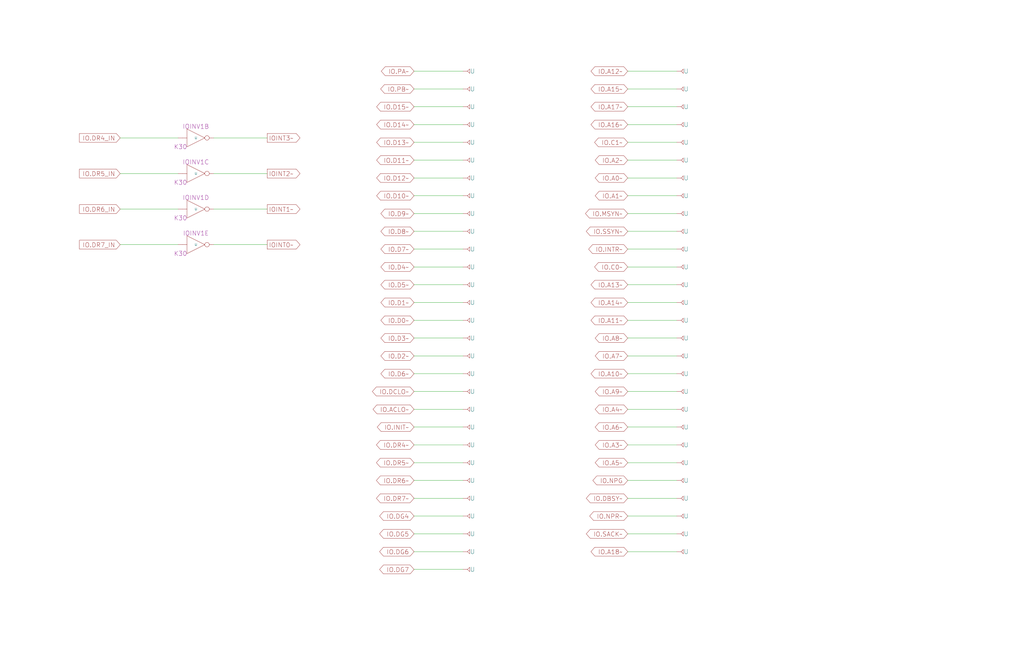
<source format=kicad_sch>
(kicad_sch (version 20220404) (generator eeschema)
  (paper "User" 584.2 378.46)
  (title_block (title "IO BUS\\nUNIBUS TERMINATORS") (date "22-SEP-90") (rev "2.0") (comment 1 "IOC") (comment 2 "232-003061") (comment 3 "S400") (comment 4 "RELEASED"))
  (lib_symbols
    (symbol "r1000:F04" (pin_numbers hide) (pin_names hide)
      (property "Reference" "U" (at 0 0 0))
      (property "Value" "F04" (at 1.27 -5.08 0))
      (property "Location" "___" (at -12.7 -5.08 0))
      (property "Name" "______" (at 0 5.08 0))
      (symbol "F04_0_1"
        (polyline (pts (xy -7.62 0) (xy -5.08 0)) (stroke (width 0.1524)))
        (polyline (pts (xy -5.08 5.08) (xy -5.08 -5.08)) (stroke (width 0.1524)))
        (polyline (pts (xy 5.08 0) (xy -5.08 -5.08)) (stroke (width 0.1524)))
        (polyline (pts (xy 5.08 0) (xy -5.08 5.08)) (stroke (width 0.1524)))
        (circle (center 6.35 0) (radius 1.27) (stroke (width 0.1524)))
      )
      (symbol "F04_1_1"
        (pin input line (at -10.16 0 0) (length 2.54) (name "D0") (number "1"))
        (pin output line (at 10.16 0 180) (length 2.54) (name "Q") (number "2"))
      )
    )
    (symbol "r1000:GB" (pin_numbers hide) (pin_names (offset 0) hide)
      (property "Reference" "GB" (at 3.81 0 0))
      (symbol "GB_0_1"
        (polyline (pts (xy 2.54 0) (xy 3.81 1.27) (xy 3.81 -1.27) (xy 2.54 0)) (stroke (width 0.1524)))
      )
      (symbol "GB_1_1"
        (pin bidirectional line (at 0 0 0) (length 2.54) (name "") (number "1"))
      )
    )
  )
  (wire (pts (xy 358.14 142.24) (xy 386.08 142.24)))
  (wire (pts (xy 358.14 101.6) (xy 386.08 101.6)))
  (wire (pts (xy 358.14 40.64) (xy 386.08 40.64)))
  (wire (pts (xy 68.58 78.74) (xy 101.6 78.74)))
  (wire (pts (xy 358.14 162.56) (xy 386.08 162.56)))
  (wire (pts (xy 358.14 274.32) (xy 386.08 274.32)))
  (wire (pts (xy 68.58 99.06) (xy 101.6 99.06)))
  (wire (pts (xy 358.14 81.28) (xy 386.08 81.28)))
  (wire (pts (xy 236.22 142.24) (xy 264.16 142.24)))
  (wire (pts (xy 236.22 274.32) (xy 264.16 274.32)))
  (wire (pts (xy 236.22 264.16) (xy 264.16 264.16)))
  (wire (pts (xy 68.58 119.38) (xy 101.6 119.38)))
  (wire (pts (xy 358.14 223.52) (xy 386.08 223.52)))
  (wire (pts (xy 236.22 182.88) (xy 264.16 182.88)))
  (wire (pts (xy 358.14 213.36) (xy 386.08 213.36)))
  (wire (pts (xy 236.22 325.12) (xy 264.16 325.12)))
  (wire (pts (xy 121.92 119.38) (xy 152.4 119.38)))
  (wire (pts (xy 236.22 294.64) (xy 264.16 294.64)))
  (wire (pts (xy 236.22 91.44) (xy 264.16 91.44)))
  (wire (pts (xy 358.14 203.2) (xy 386.08 203.2)))
  (wire (pts (xy 236.22 243.84) (xy 264.16 243.84)))
  (wire (pts (xy 236.22 213.36) (xy 264.16 213.36)))
  (wire (pts (xy 236.22 172.72) (xy 264.16 172.72)))
  (wire (pts (xy 236.22 152.4) (xy 264.16 152.4)))
  (wire (pts (xy 358.14 50.8) (xy 386.08 50.8)))
  (wire (pts (xy 358.14 60.96) (xy 386.08 60.96)))
  (wire (pts (xy 236.22 101.6) (xy 264.16 101.6)))
  (wire (pts (xy 236.22 233.68) (xy 264.16 233.68)))
  (wire (pts (xy 358.14 172.72) (xy 386.08 172.72)))
  (wire (pts (xy 358.14 152.4) (xy 386.08 152.4)))
  (wire (pts (xy 358.14 243.84) (xy 386.08 243.84)))
  (wire (pts (xy 68.58 139.7) (xy 101.6 139.7)))
  (wire (pts (xy 358.14 132.08) (xy 386.08 132.08)))
  (wire (pts (xy 236.22 284.48) (xy 264.16 284.48)))
  (wire (pts (xy 236.22 223.52) (xy 264.16 223.52)))
  (wire (pts (xy 121.92 99.06) (xy 152.4 99.06)))
  (wire (pts (xy 236.22 203.2) (xy 264.16 203.2)))
  (wire (pts (xy 236.22 304.8) (xy 264.16 304.8)))
  (wire (pts (xy 236.22 111.76) (xy 264.16 111.76)))
  (wire (pts (xy 236.22 81.28) (xy 264.16 81.28)))
  (wire (pts (xy 121.92 139.7) (xy 152.4 139.7)))
  (wire (pts (xy 358.14 71.12) (xy 386.08 71.12)))
  (wire (pts (xy 358.14 91.44) (xy 386.08 91.44)))
  (wire (pts (xy 236.22 132.08) (xy 264.16 132.08)))
  (wire (pts (xy 236.22 71.12) (xy 264.16 71.12)))
  (wire (pts (xy 121.92 78.74) (xy 152.4 78.74)))
  (wire (pts (xy 236.22 162.56) (xy 264.16 162.56)))
  (wire (pts (xy 236.22 50.8) (xy 264.16 50.8)))
  (wire (pts (xy 358.14 182.88) (xy 386.08 182.88)))
  (wire (pts (xy 358.14 304.8) (xy 386.08 304.8)))
  (wire (pts (xy 358.14 121.92) (xy 386.08 121.92)))
  (wire (pts (xy 358.14 264.16) (xy 386.08 264.16)))
  (wire (pts (xy 358.14 233.68) (xy 386.08 233.68)))
  (wire (pts (xy 358.14 111.76) (xy 386.08 111.76)))
  (wire (pts (xy 236.22 121.92) (xy 264.16 121.92)))
  (wire (pts (xy 236.22 40.64) (xy 264.16 40.64)))
  (wire (pts (xy 236.22 60.96) (xy 264.16 60.96)))
  (wire (pts (xy 358.14 193.04) (xy 386.08 193.04)))
  (wire (pts (xy 358.14 294.64) (xy 386.08 294.64)))
  (wire (pts (xy 236.22 314.96) (xy 264.16 314.96)))
  (wire (pts (xy 236.22 193.04) (xy 264.16 193.04)))
  (wire (pts (xy 358.14 314.96) (xy 386.08 314.96)))
  (wire (pts (xy 358.14 254) (xy 386.08 254)))
  (wire (pts (xy 236.22 254) (xy 264.16 254)))
  (wire (pts (xy 358.14 284.48) (xy 386.08 284.48)))
  (global_label "IO.D7~" (shape bidirectional) (at 236.22 142.24 180) (effects (font (size 2.54 2.54))) (property "Intersheet References" "${INTERSHEET_REFS}" (at 219.1597 142.0813 0) (effects (font (size 1.905 1.905)) (justify right))))
  (global_label "IO.A5~" (shape bidirectional) (at 358.14 264.16 180) (effects (font (size 2.54 2.54))) (property "Intersheet References" "${INTERSHEET_REFS}" (at 341.4425 264.0013 0) (effects (font (size 1.905 1.905)) (justify right))))
  (global_label "IO.D6~" (shape bidirectional) (at 236.22 213.36 180) (effects (font (size 2.54 2.54))) (property "Intersheet References" "${INTERSHEET_REFS}" (at 219.1597 213.2013 0) (effects (font (size 1.905 1.905)) (justify right))))
  (global_label "IO.PA~" (shape bidirectional) (at 236.22 40.64 180) (effects (font (size 2.54 2.54))) (property "Intersheet References" "${INTERSHEET_REFS}" (at 219.4016 40.4813 0) (effects (font (size 1.905 1.905)) (justify right))))
  (global_label "IO.D14~" (shape bidirectional) (at 236.22 71.12 180) (effects (font (size 2.54 2.54))) (property "Intersheet References" "${INTERSHEET_REFS}" (at 216.7406 70.9613 0) (effects (font (size 1.905 1.905)) (justify right))))
  (global_label "IOINT0~" (shape output) (at 152.4 139.7 0) (effects (font (size 2.54 2.54))) (property "Intersheet References" "${INTERSHEET_REFS}" (at 171.5165 139.5413 0) (effects (font (size 1.905 1.905)) (justify left))))
  (global_label "IO.D8~" (shape bidirectional) (at 236.22 132.08 180) (effects (font (size 2.54 2.54))) (property "Intersheet References" "${INTERSHEET_REFS}" (at 219.1597 131.9213 0) (effects (font (size 1.905 1.905)) (justify right))))
  (global_label "IOINT2~" (shape output) (at 152.4 99.06 0) (effects (font (size 2.54 2.54))) (property "Intersheet References" "${INTERSHEET_REFS}" (at 171.5165 98.9013 0) (effects (font (size 1.905 1.905)) (justify left))))
  (global_label "IO.DG7" (shape bidirectional) (at 236.22 325.12 180) (effects (font (size 2.54 2.54))) (property "Intersheet References" "${INTERSHEET_REFS}" (at 218.434 324.9613 0) (effects (font (size 1.905 1.905)) (justify right))))
  (global_label "IO.DR5_IN" (shape input) (at 68.58 99.06 180) (effects (font (size 2.54 2.54))) (property "Intersheet References" "${INTERSHEET_REFS}" (at 44.9882 98.9013 0) (effects (font (size 1.905 1.905)) (justify right))))
  (global_label "IO.A14~" (shape bidirectional) (at 358.14 172.72 180) (effects (font (size 2.54 2.54))) (property "Intersheet References" "${INTERSHEET_REFS}" (at 339.0235 172.5613 0) (effects (font (size 1.905 1.905)) (justify right))))
  (global_label "IO.A12~" (shape bidirectional) (at 358.14 40.64 180) (effects (font (size 2.54 2.54))) (property "Intersheet References" "${INTERSHEET_REFS}" (at 339.0235 40.4813 0) (effects (font (size 1.905 1.905)) (justify right))))
  (global_label "IO.C1~" (shape bidirectional) (at 358.14 81.28 180) (effects (font (size 2.54 2.54))) (property "Intersheet References" "${INTERSHEET_REFS}" (at 341.0797 81.1213 0) (effects (font (size 1.905 1.905)) (justify right))))
  (global_label "IO.INTR~" (shape bidirectional) (at 358.14 142.24 180) (effects (font (size 2.54 2.54))) (property "Intersheet References" "${INTERSHEET_REFS}" (at 337.693 142.0813 0) (effects (font (size 1.905 1.905)) (justify right))))
  (global_label "IO.NPR~" (shape bidirectional) (at 358.14 294.64 180) (effects (font (size 2.54 2.54))) (property "Intersheet References" "${INTERSHEET_REFS}" (at 338.2978 294.4813 0) (effects (font (size 1.905 1.905)) (justify right))))
  (global_label "IO.DR6_IN" (shape input) (at 68.58 119.38 180) (effects (font (size 2.54 2.54))) (property "Intersheet References" "${INTERSHEET_REFS}" (at 44.9882 119.2213 0) (effects (font (size 1.905 1.905)) (justify right))))
  (global_label "IO.D5~" (shape bidirectional) (at 236.22 162.56 180) (effects (font (size 2.54 2.54))) (property "Intersheet References" "${INTERSHEET_REFS}" (at 219.1597 162.4013 0) (effects (font (size 1.905 1.905)) (justify right))))
  (global_label "IO.DR7~" (shape bidirectional) (at 236.22 284.48 180) (effects (font (size 2.54 2.54))) (property "Intersheet References" "${INTERSHEET_REFS}" (at 216.6197 284.3213 0) (effects (font (size 1.905 1.905)) (justify right))))
  (global_label "IO.A9~" (shape bidirectional) (at 358.14 223.52 180) (effects (font (size 2.54 2.54))) (property "Intersheet References" "${INTERSHEET_REFS}" (at 341.4425 223.3613 0) (effects (font (size 1.905 1.905)) (justify right))))
  (global_label "IO.DR6~" (shape bidirectional) (at 236.22 274.32 180) (effects (font (size 2.54 2.54))) (property "Intersheet References" "${INTERSHEET_REFS}" (at 216.6197 274.1613 0) (effects (font (size 1.905 1.905)) (justify right))))
  (global_label "IO.D15~" (shape bidirectional) (at 236.22 60.96 180) (effects (font (size 2.54 2.54))) (property "Intersheet References" "${INTERSHEET_REFS}" (at 216.7406 60.8013 0) (effects (font (size 1.905 1.905)) (justify right))))
  (global_label "IO.DG4" (shape bidirectional) (at 236.22 294.64 180) (effects (font (size 2.54 2.54))) (property "Intersheet References" "${INTERSHEET_REFS}" (at 218.434 294.4813 0) (effects (font (size 1.905 1.905)) (justify right))))
  (global_label "IO.INIT~" (shape bidirectional) (at 236.22 243.84 180) (effects (font (size 2.54 2.54))) (property "Intersheet References" "${INTERSHEET_REFS}" (at 217.1035 243.6813 0) (effects (font (size 1.905 1.905)) (justify right))))
  (global_label "IOINT1~" (shape output) (at 152.4 119.38 0) (effects (font (size 2.54 2.54))) (property "Intersheet References" "${INTERSHEET_REFS}" (at 171.5165 119.2213 0) (effects (font (size 1.905 1.905)) (justify left))))
  (global_label "IO.A10~" (shape bidirectional) (at 358.14 213.36 180) (effects (font (size 2.54 2.54))) (property "Intersheet References" "${INTERSHEET_REFS}" (at 339.0235 213.2013 0) (effects (font (size 1.905 1.905)) (justify right))))
  (global_label "IO.D1~" (shape bidirectional) (at 236.22 172.72 180) (effects (font (size 2.54 2.54))) (property "Intersheet References" "${INTERSHEET_REFS}" (at 219.1597 172.5613 0) (effects (font (size 1.905 1.905)) (justify right))))
  (global_label "IO.A16~" (shape bidirectional) (at 358.14 71.12 180) (effects (font (size 2.54 2.54))) (property "Intersheet References" "${INTERSHEET_REFS}" (at 339.0235 70.9613 0) (effects (font (size 1.905 1.905)) (justify right))))
  (global_label "IO.D0~" (shape bidirectional) (at 236.22 182.88 180) (effects (font (size 2.54 2.54))) (property "Intersheet References" "${INTERSHEET_REFS}" (at 219.1597 182.7213 0) (effects (font (size 1.905 1.905)) (justify right))))
  (global_label "IO.A11~" (shape bidirectional) (at 358.14 182.88 180) (effects (font (size 2.54 2.54))) (property "Intersheet References" "${INTERSHEET_REFS}" (at 339.0235 182.7213 0) (effects (font (size 1.905 1.905)) (justify right))))
  (global_label "IO.A7~" (shape bidirectional) (at 358.14 203.2 180) (effects (font (size 2.54 2.54))) (property "Intersheet References" "${INTERSHEET_REFS}" (at 341.4425 203.0413 0) (effects (font (size 1.905 1.905)) (justify right))))
  (global_label "IO.D10~" (shape bidirectional) (at 236.22 111.76 180) (effects (font (size 2.54 2.54))) (property "Intersheet References" "${INTERSHEET_REFS}" (at 216.7406 111.6013 0) (effects (font (size 1.905 1.905)) (justify right))))
  (global_label "IO.A0~" (shape bidirectional) (at 358.14 101.6 180) (effects (font (size 2.54 2.54))) (property "Intersheet References" "${INTERSHEET_REFS}" (at 341.4425 101.4413 0) (effects (font (size 1.905 1.905)) (justify right))))
  (global_label "IO.PB~" (shape bidirectional) (at 236.22 50.8 180) (effects (font (size 2.54 2.54))) (property "Intersheet References" "${INTERSHEET_REFS}" (at 219.0387 50.6413 0) (effects (font (size 1.905 1.905)) (justify right))))
  (global_label "IO.DR4_IN" (shape input) (at 68.58 78.74 180) (effects (font (size 2.54 2.54))) (property "Intersheet References" "${INTERSHEET_REFS}" (at 44.9882 78.5813 0) (effects (font (size 1.905 1.905)) (justify right))))
  (global_label "IO.DG6" (shape bidirectional) (at 236.22 314.96 180) (effects (font (size 2.54 2.54))) (property "Intersheet References" "${INTERSHEET_REFS}" (at 218.434 314.8013 0) (effects (font (size 1.905 1.905)) (justify right))))
  (global_label "IO.A2~" (shape bidirectional) (at 358.14 91.44 180) (effects (font (size 2.54 2.54))) (property "Intersheet References" "${INTERSHEET_REFS}" (at 341.4425 91.2813 0) (effects (font (size 1.905 1.905)) (justify right))))
  (global_label "IO.D12~" (shape bidirectional) (at 236.22 101.6 180) (effects (font (size 2.54 2.54))) (property "Intersheet References" "${INTERSHEET_REFS}" (at 216.7406 101.4413 0) (effects (font (size 1.905 1.905)) (justify right))))
  (global_label "IO.NPG" (shape bidirectional) (at 358.14 274.32 180) (effects (font (size 2.54 2.54))) (property "Intersheet References" "${INTERSHEET_REFS}" (at 340.112 274.1613 0) (effects (font (size 1.905 1.905)) (justify right))))
  (global_label "IO.D4~" (shape bidirectional) (at 236.22 152.4 180) (effects (font (size 2.54 2.54))) (property "Intersheet References" "${INTERSHEET_REFS}" (at 219.1597 152.2413 0) (effects (font (size 1.905 1.905)) (justify right))))
  (global_label "IOINT3~" (shape output) (at 152.4 78.74 0) (effects (font (size 2.54 2.54))) (property "Intersheet References" "${INTERSHEET_REFS}" (at 171.5165 78.5813 0) (effects (font (size 1.905 1.905)) (justify left))))
  (global_label "IO.ACLO~" (shape bidirectional) (at 236.22 233.68 180) (effects (font (size 2.54 2.54))) (property "Intersheet References" "${INTERSHEET_REFS}" (at 214.6844 233.5213 0) (effects (font (size 1.905 1.905)) (justify right))))
  (global_label "IO.A3~" (shape bidirectional) (at 358.14 254 180) (effects (font (size 2.54 2.54))) (property "Intersheet References" "${INTERSHEET_REFS}" (at 341.4425 253.8413 0) (effects (font (size 1.905 1.905)) (justify right))))
  (global_label "IO.A4~" (shape bidirectional) (at 358.14 233.68 180) (effects (font (size 2.54 2.54))) (property "Intersheet References" "${INTERSHEET_REFS}" (at 341.4425 233.5213 0) (effects (font (size 1.905 1.905)) (justify right))))
  (global_label "IO.A18~" (shape bidirectional) (at 358.14 314.96 180) (effects (font (size 2.54 2.54))) (property "Intersheet References" "${INTERSHEET_REFS}" (at 339.0235 314.8013 0) (effects (font (size 1.905 1.905)) (justify right))))
  (global_label "IO.D13~" (shape bidirectional) (at 236.22 81.28 180) (effects (font (size 2.54 2.54))) (property "Intersheet References" "${INTERSHEET_REFS}" (at 216.7406 81.1213 0) (effects (font (size 1.905 1.905)) (justify right))))
  (global_label "IO.MSYN~" (shape bidirectional) (at 358.14 121.92 180) (effects (font (size 2.54 2.54))) (property "Intersheet References" "${INTERSHEET_REFS}" (at 335.8787 121.7613 0) (effects (font (size 1.905 1.905)) (justify right))))
  (global_label "IO.C0~" (shape bidirectional) (at 358.14 152.4 180) (effects (font (size 2.54 2.54))) (property "Intersheet References" "${INTERSHEET_REFS}" (at 341.0797 152.2413 0) (effects (font (size 1.905 1.905)) (justify right))))
  (global_label "IO.DR5~" (shape bidirectional) (at 236.22 264.16 180) (effects (font (size 2.54 2.54))) (property "Intersheet References" "${INTERSHEET_REFS}" (at 216.6197 264.0013 0) (effects (font (size 1.905 1.905)) (justify right))))
  (global_label "IO.D11~" (shape bidirectional) (at 236.22 91.44 180) (effects (font (size 2.54 2.54))) (property "Intersheet References" "${INTERSHEET_REFS}" (at 216.7406 91.2813 0) (effects (font (size 1.905 1.905)) (justify right))))
  (global_label "IO.SSYN~" (shape bidirectional) (at 358.14 132.08 180) (effects (font (size 2.54 2.54))) (property "Intersheet References" "${INTERSHEET_REFS}" (at 336.3625 131.9213 0) (effects (font (size 1.905 1.905)) (justify right))))
  (global_label "IO.D9~" (shape bidirectional) (at 236.22 121.92 180) (effects (font (size 2.54 2.54))) (property "Intersheet References" "${INTERSHEET_REFS}" (at 219.1597 121.7613 0) (effects (font (size 1.905 1.905)) (justify right))))
  (global_label "IO.D2~" (shape bidirectional) (at 236.22 203.2 180) (effects (font (size 2.54 2.54))) (property "Intersheet References" "${INTERSHEET_REFS}" (at 219.1597 203.0413 0) (effects (font (size 1.905 1.905)) (justify right))))
  (global_label "IO.DCLO~" (shape bidirectional) (at 236.22 223.52 180) (effects (font (size 2.54 2.54))) (property "Intersheet References" "${INTERSHEET_REFS}" (at 214.3216 223.3613 0) (effects (font (size 1.905 1.905)) (justify right))))
  (global_label "IO.A17~" (shape bidirectional) (at 358.14 60.96 180) (effects (font (size 2.54 2.54))) (property "Intersheet References" "${INTERSHEET_REFS}" (at 339.0235 60.8013 0) (effects (font (size 1.905 1.905)) (justify right))))
  (global_label "IO.A6~" (shape bidirectional) (at 358.14 243.84 180) (effects (font (size 2.54 2.54))) (property "Intersheet References" "${INTERSHEET_REFS}" (at 341.4425 243.6813 0) (effects (font (size 1.905 1.905)) (justify right))))
  (global_label "IO.SACK~" (shape bidirectional) (at 358.14 304.8 180) (effects (font (size 2.54 2.54))) (property "Intersheet References" "${INTERSHEET_REFS}" (at 336.3625 304.6413 0) (effects (font (size 1.905 1.905)) (justify right))))
  (global_label "IO.DBSY~" (shape bidirectional) (at 358.14 284.48 180) (effects (font (size 2.54 2.54))) (property "Intersheet References" "${INTERSHEET_REFS}" (at 336.3625 284.3213 0) (effects (font (size 1.905 1.905)) (justify right))))
  (global_label "IO.DR7_IN" (shape input) (at 68.58 139.7 180) (effects (font (size 2.54 2.54))) (property "Intersheet References" "${INTERSHEET_REFS}" (at 44.9882 139.5413 0) (effects (font (size 1.905 1.905)) (justify right))))
  (global_label "IO.DR4~" (shape bidirectional) (at 236.22 254 180) (effects (font (size 2.54 2.54))) (property "Intersheet References" "${INTERSHEET_REFS}" (at 216.6197 253.8413 0) (effects (font (size 1.905 1.905)) (justify right))))
  (global_label "IO.A8~" (shape bidirectional) (at 358.14 193.04 180) (effects (font (size 2.54 2.54))) (property "Intersheet References" "${INTERSHEET_REFS}" (at 341.4425 192.8813 0) (effects (font (size 1.905 1.905)) (justify right))))
  (global_label "IO.A13~" (shape bidirectional) (at 358.14 162.56 180) (effects (font (size 2.54 2.54))) (property "Intersheet References" "${INTERSHEET_REFS}" (at 339.0235 162.4013 0) (effects (font (size 1.905 1.905)) (justify right))))
  (global_label "IO.A15~" (shape bidirectional) (at 358.14 50.8 180) (effects (font (size 2.54 2.54))) (property "Intersheet References" "${INTERSHEET_REFS}" (at 339.0235 50.6413 0) (effects (font (size 1.905 1.905)) (justify right))))
  (global_label "IO.A1~" (shape bidirectional) (at 358.14 111.76 180) (effects (font (size 2.54 2.54))) (property "Intersheet References" "${INTERSHEET_REFS}" (at 341.4425 111.6013 0) (effects (font (size 1.905 1.905)) (justify right))))
  (global_label "IO.DG5" (shape bidirectional) (at 236.22 304.8 180) (effects (font (size 2.54 2.54))) (property "Intersheet References" "${INTERSHEET_REFS}" (at 218.434 304.6413 0) (effects (font (size 1.905 1.905)) (justify right))))
  (global_label "IO.D3~" (shape bidirectional) (at 236.22 193.04 180) (effects (font (size 2.54 2.54))) (property "Intersheet References" "${INTERSHEET_REFS}" (at 219.1597 192.8813 0) (effects (font (size 1.905 1.905)) (justify right))))
  (symbol (lib_id "r1000:F04") (at 111.76 99.06 0) (unit 1)
    (default_instance (reference "U") (unit 1) (value "") (footprint ""))
    (property "Reference" "U" (at 111.76 99.06 0))
    (property "Location" "K30" (at 99.06 104.14 0) (effects (font (size 2.54 2.54)) (justify left)))
    (property "Name" "IOINV1C" (at 111.76 93.98 0) (effects (font (size 2.54 2.54)) (justify bottom)))
  )
  (symbol (lib_id "r1000:GB") (at 264.16 284.48 0) (unit 1)
    (default_instance (reference "U") (unit 1) (value "") (footprint ""))
    (property "Reference" "U" (at 267.97 284.48 0) (effects (font (size 2.54 2.54)) (justify left)))
  )
  (symbol (lib_id "r1000:GB") (at 264.16 233.68 0) (unit 1)
    (default_instance (reference "U") (unit 1) (value "") (footprint ""))
    (property "Reference" "U" (at 267.97 233.68 0) (effects (font (size 2.54 2.54)) (justify left)))
  )
  (symbol (lib_id "r1000:GB") (at 264.16 60.96 0) (unit 1)
    (default_instance (reference "U") (unit 1) (value "") (footprint ""))
    (property "Reference" "U" (at 267.97 60.96 0) (effects (font (size 2.54 2.54)) (justify left)))
  )
  (symbol (lib_id "r1000:GB") (at 264.16 243.84 0) (unit 1)
    (default_instance (reference "U") (unit 1) (value "") (footprint ""))
    (property "Reference" "U" (at 267.97 243.84 0) (effects (font (size 2.54 2.54)) (justify left)))
  )
  (symbol (lib_id "r1000:GB") (at 264.16 203.2 0) (unit 1)
    (default_instance (reference "U") (unit 1) (value "") (footprint ""))
    (property "Reference" "U" (at 267.97 203.2 0) (effects (font (size 2.54 2.54)) (justify left)))
  )
  (symbol (lib_id "r1000:GB") (at 264.16 223.52 0) (unit 1)
    (default_instance (reference "U") (unit 1) (value "") (footprint ""))
    (property "Reference" "U" (at 267.97 223.52 0) (effects (font (size 2.54 2.54)) (justify left)))
  )
  (symbol (lib_id "r1000:GB") (at 264.16 132.08 0) (unit 1)
    (default_instance (reference "U") (unit 1) (value "") (footprint ""))
    (property "Reference" "U" (at 267.97 132.08 0) (effects (font (size 2.54 2.54)) (justify left)))
  )
  (symbol (lib_id "r1000:GB") (at 386.08 264.16 0) (unit 1)
    (default_instance (reference "U") (unit 1) (value "") (footprint ""))
    (property "Reference" "U" (at 389.89 264.16 0) (effects (font (size 2.54 2.54)) (justify left)))
  )
  (symbol (lib_id "r1000:GB") (at 264.16 142.24 0) (unit 1)
    (default_instance (reference "U") (unit 1) (value "") (footprint ""))
    (property "Reference" "U" (at 267.97 142.24 0) (effects (font (size 2.54 2.54)) (justify left)))
  )
  (symbol (lib_id "r1000:GB") (at 264.16 172.72 0) (unit 1)
    (default_instance (reference "U") (unit 1) (value "") (footprint ""))
    (property "Reference" "U" (at 267.97 172.72 0) (effects (font (size 2.54 2.54)) (justify left)))
  )
  (symbol (lib_id "r1000:GB") (at 386.08 132.08 0) (unit 1)
    (default_instance (reference "U") (unit 1) (value "") (footprint ""))
    (property "Reference" "U" (at 389.89 132.08 0) (effects (font (size 2.54 2.54)) (justify left)))
  )
  (symbol (lib_id "r1000:GB") (at 264.16 40.64 0) (unit 1)
    (default_instance (reference "U") (unit 1) (value "") (footprint ""))
    (property "Reference" "U" (at 267.97 40.64 0) (effects (font (size 2.54 2.54)) (justify left)))
  )
  (symbol (lib_id "r1000:GB") (at 386.08 91.44 0) (unit 1)
    (default_instance (reference "U") (unit 1) (value "") (footprint ""))
    (property "Reference" "U" (at 389.89 91.44 0) (effects (font (size 2.54 2.54)) (justify left)))
  )
  (symbol (lib_id "r1000:GB") (at 386.08 193.04 0) (unit 1)
    (default_instance (reference "U") (unit 1) (value "") (footprint ""))
    (property "Reference" "U" (at 389.89 193.04 0) (effects (font (size 2.54 2.54)) (justify left)))
  )
  (symbol (lib_id "r1000:GB") (at 386.08 142.24 0) (unit 1)
    (default_instance (reference "U") (unit 1) (value "") (footprint ""))
    (property "Reference" "U" (at 389.89 142.24 0) (effects (font (size 2.54 2.54)) (justify left)))
  )
  (symbol (lib_id "r1000:GB") (at 264.16 101.6 0) (unit 1)
    (default_instance (reference "U") (unit 1) (value "") (footprint ""))
    (property "Reference" "U" (at 267.97 101.6 0) (effects (font (size 2.54 2.54)) (justify left)))
  )
  (symbol (lib_id "r1000:GB") (at 264.16 254 0) (unit 1)
    (default_instance (reference "U") (unit 1) (value "") (footprint ""))
    (property "Reference" "U" (at 267.97 254 0) (effects (font (size 2.54 2.54)) (justify left)))
  )
  (symbol (lib_id "r1000:GB") (at 386.08 243.84 0) (unit 1)
    (default_instance (reference "U") (unit 1) (value "") (footprint ""))
    (property "Reference" "U" (at 389.89 243.84 0) (effects (font (size 2.54 2.54)) (justify left)))
  )
  (symbol (lib_id "r1000:GB") (at 386.08 203.2 0) (unit 1)
    (default_instance (reference "U") (unit 1) (value "") (footprint ""))
    (property "Reference" "U" (at 389.89 203.2 0) (effects (font (size 2.54 2.54)) (justify left)))
  )
  (symbol (lib_id "r1000:GB") (at 386.08 182.88 0) (unit 1)
    (default_instance (reference "U") (unit 1) (value "") (footprint ""))
    (property "Reference" "U" (at 389.89 182.88 0) (effects (font (size 2.54 2.54)) (justify left)))
  )
  (symbol (lib_id "r1000:GB") (at 264.16 91.44 0) (unit 1)
    (default_instance (reference "U") (unit 1) (value "") (footprint ""))
    (property "Reference" "U" (at 267.97 91.44 0) (effects (font (size 2.54 2.54)) (justify left)))
  )
  (symbol (lib_id "r1000:GB") (at 386.08 40.64 0) (unit 1)
    (default_instance (reference "U") (unit 1) (value "") (footprint ""))
    (property "Reference" "U" (at 389.89 40.64 0) (effects (font (size 2.54 2.54)) (justify left)))
  )
  (symbol (lib_id "r1000:GB") (at 264.16 213.36 0) (unit 1)
    (default_instance (reference "U") (unit 1) (value "") (footprint ""))
    (property "Reference" "U" (at 267.97 213.36 0) (effects (font (size 2.54 2.54)) (justify left)))
  )
  (symbol (lib_id "r1000:F04") (at 111.76 139.7 0) (unit 1)
    (default_instance (reference "U") (unit 1) (value "") (footprint ""))
    (property "Reference" "U" (at 111.76 139.7 0))
    (property "Location" "K30" (at 99.06 144.78 0) (effects (font (size 2.54 2.54)) (justify left)))
    (property "Name" "IOINV1E" (at 111.76 134.62 0) (effects (font (size 2.54 2.54)) (justify bottom)))
  )
  (symbol (lib_id "r1000:GB") (at 386.08 111.76 0) (unit 1)
    (default_instance (reference "U") (unit 1) (value "") (footprint ""))
    (property "Reference" "U" (at 389.89 111.76 0) (effects (font (size 2.54 2.54)) (justify left)))
  )
  (symbol (lib_id "r1000:GB") (at 386.08 223.52 0) (unit 1)
    (default_instance (reference "U") (unit 1) (value "") (footprint ""))
    (property "Reference" "U" (at 389.89 223.52 0) (effects (font (size 2.54 2.54)) (justify left)))
  )
  (symbol (lib_id "r1000:GB") (at 386.08 213.36 0) (unit 1)
    (default_instance (reference "U") (unit 1) (value "") (footprint ""))
    (property "Reference" "U" (at 389.89 213.36 0) (effects (font (size 2.54 2.54)) (justify left)))
  )
  (symbol (lib_id "r1000:GB") (at 264.16 162.56 0) (unit 1)
    (default_instance (reference "U") (unit 1) (value "") (footprint ""))
    (property "Reference" "U" (at 267.97 162.56 0) (effects (font (size 2.54 2.54)) (justify left)))
  )
  (symbol (lib_id "r1000:GB") (at 386.08 314.96 0) (unit 1)
    (default_instance (reference "U") (unit 1) (value "") (footprint ""))
    (property "Reference" "U" (at 389.89 314.96 0) (effects (font (size 2.54 2.54)) (justify left)))
  )
  (symbol (lib_id "r1000:GB") (at 386.08 304.8 0) (unit 1)
    (default_instance (reference "U") (unit 1) (value "") (footprint ""))
    (property "Reference" "U" (at 389.89 304.8 0) (effects (font (size 2.54 2.54)) (justify left)))
  )
  (symbol (lib_id "r1000:F04") (at 111.76 119.38 0) (unit 1)
    (default_instance (reference "U") (unit 1) (value "") (footprint ""))
    (property "Reference" "U" (at 111.76 119.38 0))
    (property "Location" "K30" (at 99.06 124.46 0) (effects (font (size 2.54 2.54)) (justify left)))
    (property "Name" "IOINV1D" (at 111.76 114.3 0) (effects (font (size 2.54 2.54)) (justify bottom)))
  )
  (symbol (lib_id "r1000:GB") (at 264.16 274.32 0) (unit 1)
    (default_instance (reference "U") (unit 1) (value "") (footprint ""))
    (property "Reference" "U" (at 267.97 274.32 0) (effects (font (size 2.54 2.54)) (justify left)))
  )
  (symbol (lib_id "r1000:GB") (at 386.08 172.72 0) (unit 1)
    (default_instance (reference "U") (unit 1) (value "") (footprint ""))
    (property "Reference" "U" (at 389.89 172.72 0) (effects (font (size 2.54 2.54)) (justify left)))
  )
  (symbol (lib_id "r1000:GB") (at 386.08 274.32 0) (unit 1)
    (default_instance (reference "U") (unit 1) (value "") (footprint ""))
    (property "Reference" "U" (at 389.89 274.32 0) (effects (font (size 2.54 2.54)) (justify left)))
  )
  (symbol (lib_id "r1000:GB") (at 386.08 121.92 0) (unit 1)
    (default_instance (reference "U") (unit 1) (value "") (footprint ""))
    (property "Reference" "U" (at 389.89 121.92 0) (effects (font (size 2.54 2.54)) (justify left)))
  )
  (symbol (lib_id "r1000:GB") (at 264.16 71.12 0) (unit 1)
    (default_instance (reference "U") (unit 1) (value "") (footprint ""))
    (property "Reference" "U" (at 267.97 71.12 0) (effects (font (size 2.54 2.54)) (justify left)))
  )
  (symbol (lib_id "r1000:GB") (at 264.16 193.04 0) (unit 1)
    (default_instance (reference "U") (unit 1) (value "") (footprint ""))
    (property "Reference" "U" (at 267.97 193.04 0) (effects (font (size 2.54 2.54)) (justify left)))
  )
  (symbol (lib_id "r1000:GB") (at 386.08 81.28 0) (unit 1)
    (default_instance (reference "U") (unit 1) (value "") (footprint ""))
    (property "Reference" "U" (at 389.89 81.28 0) (effects (font (size 2.54 2.54)) (justify left)))
  )
  (symbol (lib_id "r1000:GB") (at 264.16 152.4 0) (unit 1)
    (default_instance (reference "U") (unit 1) (value "") (footprint ""))
    (property "Reference" "U" (at 267.97 152.4 0) (effects (font (size 2.54 2.54)) (justify left)))
  )
  (symbol (lib_id "r1000:GB") (at 386.08 50.8 0) (unit 1)
    (default_instance (reference "U") (unit 1) (value "") (footprint ""))
    (property "Reference" "U" (at 389.89 50.8 0) (effects (font (size 2.54 2.54)) (justify left)))
  )
  (symbol (lib_id "r1000:GB") (at 386.08 101.6 0) (unit 1)
    (default_instance (reference "U") (unit 1) (value "") (footprint ""))
    (property "Reference" "U" (at 389.89 101.6 0) (effects (font (size 2.54 2.54)) (justify left)))
  )
  (symbol (lib_id "r1000:GB") (at 264.16 111.76 0) (unit 1)
    (default_instance (reference "U") (unit 1) (value "") (footprint ""))
    (property "Reference" "U" (at 267.97 111.76 0) (effects (font (size 2.54 2.54)) (justify left)))
  )
  (symbol (lib_id "r1000:GB") (at 264.16 294.64 0) (unit 1)
    (default_instance (reference "U") (unit 1) (value "") (footprint ""))
    (property "Reference" "U" (at 267.97 294.64 0) (effects (font (size 2.54 2.54)) (justify left)))
  )
  (symbol (lib_id "r1000:GB") (at 264.16 121.92 0) (unit 1)
    (default_instance (reference "U") (unit 1) (value "") (footprint ""))
    (property "Reference" "U" (at 267.97 121.92 0) (effects (font (size 2.54 2.54)) (justify left)))
  )
  (symbol (lib_id "r1000:GB") (at 386.08 71.12 0) (unit 1)
    (default_instance (reference "U") (unit 1) (value "") (footprint ""))
    (property "Reference" "U" (at 389.89 71.12 0) (effects (font (size 2.54 2.54)) (justify left)))
  )
  (symbol (lib_id "r1000:GB") (at 264.16 325.12 0) (unit 1)
    (default_instance (reference "U") (unit 1) (value "") (footprint ""))
    (property "Reference" "U" (at 267.97 325.12 0) (effects (font (size 2.54 2.54)) (justify left)))
  )
  (symbol (lib_id "r1000:GB") (at 386.08 294.64 0) (unit 1)
    (default_instance (reference "U") (unit 1) (value "") (footprint ""))
    (property "Reference" "U" (at 389.89 294.64 0) (effects (font (size 2.54 2.54)) (justify left)))
  )
  (symbol (lib_id "r1000:GB") (at 386.08 162.56 0) (unit 1)
    (default_instance (reference "U") (unit 1) (value "") (footprint ""))
    (property "Reference" "U" (at 389.89 162.56 0) (effects (font (size 2.54 2.54)) (justify left)))
  )
  (symbol (lib_id "r1000:GB") (at 264.16 182.88 0) (unit 1)
    (default_instance (reference "U") (unit 1) (value "") (footprint ""))
    (property "Reference" "U" (at 267.97 182.88 0) (effects (font (size 2.54 2.54)) (justify left)))
  )
  (symbol (lib_id "r1000:GB") (at 264.16 264.16 0) (unit 1)
    (default_instance (reference "U") (unit 1) (value "") (footprint ""))
    (property "Reference" "U" (at 267.97 264.16 0) (effects (font (size 2.54 2.54)) (justify left)))
  )
  (symbol (lib_id "r1000:GB") (at 264.16 50.8 0) (unit 1)
    (default_instance (reference "U") (unit 1) (value "") (footprint ""))
    (property "Reference" "U" (at 267.97 50.8 0) (effects (font (size 2.54 2.54)) (justify left)))
  )
  (symbol (lib_id "r1000:GB") (at 264.16 314.96 0) (unit 1)
    (default_instance (reference "U") (unit 1) (value "") (footprint ""))
    (property "Reference" "U" (at 267.97 314.96 0) (effects (font (size 2.54 2.54)) (justify left)))
  )
  (symbol (lib_id "r1000:GB") (at 264.16 81.28 0) (unit 1)
    (default_instance (reference "U") (unit 1) (value "") (footprint ""))
    (property "Reference" "U" (at 267.97 81.28 0) (effects (font (size 2.54 2.54)) (justify left)))
  )
  (symbol (lib_id "r1000:GB") (at 386.08 233.68 0) (unit 1)
    (default_instance (reference "U") (unit 1) (value "") (footprint ""))
    (property "Reference" "U" (at 389.89 233.68 0) (effects (font (size 2.54 2.54)) (justify left)))
  )
  (symbol (lib_id "r1000:GB") (at 386.08 152.4 0) (unit 1)
    (default_instance (reference "U") (unit 1) (value "") (footprint ""))
    (property "Reference" "U" (at 389.89 152.4 0) (effects (font (size 2.54 2.54)) (justify left)))
  )
  (symbol (lib_id "r1000:F04") (at 111.76 78.74 0) (unit 1)
    (default_instance (reference "U") (unit 1) (value "") (footprint ""))
    (property "Reference" "U" (at 111.76 78.74 0))
    (property "Location" "K30" (at 99.06 83.82 0) (effects (font (size 2.54 2.54)) (justify left)))
    (property "Name" "IOINV1B" (at 111.76 73.66 0) (effects (font (size 2.54 2.54)) (justify bottom)))
  )
  (symbol (lib_id "r1000:GB") (at 386.08 254 0) (unit 1)
    (default_instance (reference "U") (unit 1) (value "") (footprint ""))
    (property "Reference" "U" (at 389.89 254 0) (effects (font (size 2.54 2.54)) (justify left)))
  )
  (symbol (lib_id "r1000:GB") (at 386.08 284.48 0) (unit 1)
    (default_instance (reference "U") (unit 1) (value "") (footprint ""))
    (property "Reference" "U" (at 389.89 284.48 0) (effects (font (size 2.54 2.54)) (justify left)))
  )
  (symbol (lib_id "r1000:GB") (at 264.16 304.8 0) (unit 1)
    (default_instance (reference "U") (unit 1) (value "") (footprint ""))
    (property "Reference" "U" (at 267.97 304.8 0) (effects (font (size 2.54 2.54)) (justify left)))
  )
  (symbol (lib_id "r1000:GB") (at 386.08 60.96 0) (unit 1)
    (default_instance (reference "U") (unit 1) (value "") (footprint ""))
    (property "Reference" "U" (at 389.89 60.96 0) (effects (font (size 2.54 2.54)) (justify left)))
  )
)
</source>
